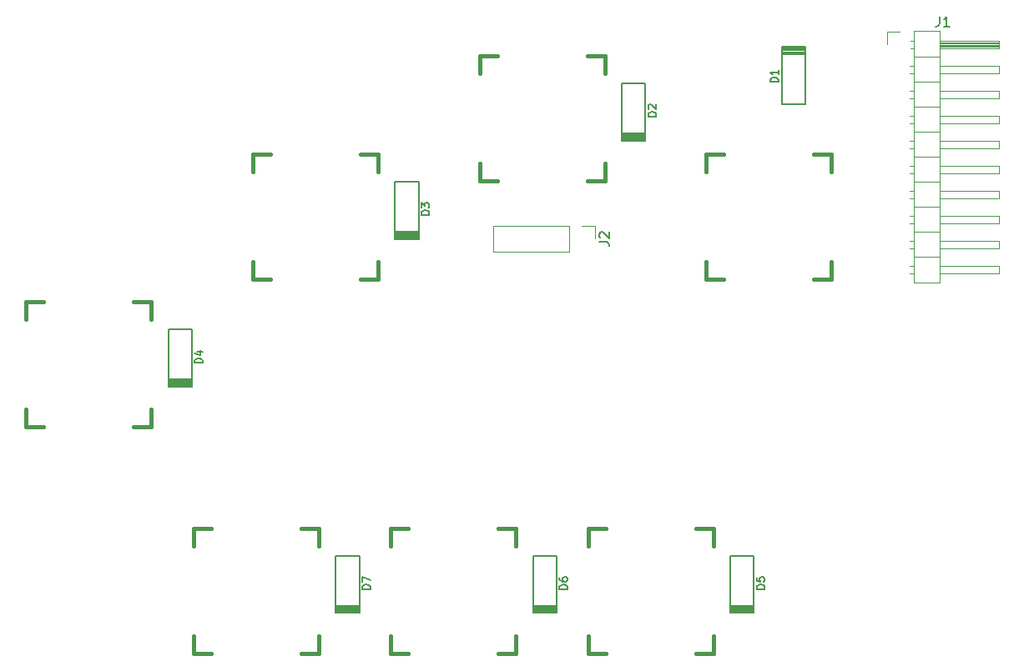
<source format=gbr>
G04 #@! TF.GenerationSoftware,KiCad,Pcbnew,(5.1.2)-2*
G04 #@! TF.CreationDate,2019-07-07T18:03:19+10:00*
G04 #@! TF.ProjectId,Left_Combined_Micro,4c656674-5f43-46f6-9d62-696e65645f4d,rev?*
G04 #@! TF.SameCoordinates,Original*
G04 #@! TF.FileFunction,Legend,Top*
G04 #@! TF.FilePolarity,Positive*
%FSLAX46Y46*%
G04 Gerber Fmt 4.6, Leading zero omitted, Abs format (unit mm)*
G04 Created by KiCad (PCBNEW (5.1.2)-2) date 2019-07-07 18:03:19*
%MOMM*%
%LPD*%
G04 APERTURE LIST*
%ADD10C,0.200000*%
%ADD11C,0.120000*%
%ADD12C,0.381000*%
%ADD13C,0.150000*%
G04 APERTURE END LIST*
D10*
X185200000Y-33475000D02*
X182800000Y-33475000D01*
X185200000Y-33300000D02*
X182800000Y-33300000D01*
X185200000Y-33125000D02*
X182800000Y-33125000D01*
X182800000Y-32725000D02*
X185200000Y-32725000D01*
X185200000Y-32950000D02*
X182800000Y-32950000D01*
X185200000Y-32825000D02*
X182800000Y-32825000D01*
X185200000Y-32750000D02*
X185200000Y-38550000D01*
X185200000Y-38550000D02*
X182800000Y-38550000D01*
X182800000Y-38550000D02*
X182800000Y-32750000D01*
X166550000Y-41525000D02*
X168950000Y-41525000D01*
X166550000Y-41700000D02*
X168950000Y-41700000D01*
X166550000Y-41875000D02*
X168950000Y-41875000D01*
X168950000Y-42275000D02*
X166550000Y-42275000D01*
X166550000Y-42050000D02*
X168950000Y-42050000D01*
X166550000Y-42175000D02*
X168950000Y-42175000D01*
X166550000Y-42250000D02*
X166550000Y-36450000D01*
X166550000Y-36450000D02*
X168950000Y-36450000D01*
X168950000Y-36450000D02*
X168950000Y-42250000D01*
X143550000Y-51525000D02*
X145950000Y-51525000D01*
X143550000Y-51700000D02*
X145950000Y-51700000D01*
X143550000Y-51875000D02*
X145950000Y-51875000D01*
X145950000Y-52275000D02*
X143550000Y-52275000D01*
X143550000Y-52050000D02*
X145950000Y-52050000D01*
X143550000Y-52175000D02*
X145950000Y-52175000D01*
X143550000Y-52250000D02*
X143550000Y-46450000D01*
X143550000Y-46450000D02*
X145950000Y-46450000D01*
X145950000Y-46450000D02*
X145950000Y-52250000D01*
X120550000Y-66525000D02*
X122950000Y-66525000D01*
X120550000Y-66700000D02*
X122950000Y-66700000D01*
X120550000Y-66875000D02*
X122950000Y-66875000D01*
X122950000Y-67275000D02*
X120550000Y-67275000D01*
X120550000Y-67050000D02*
X122950000Y-67050000D01*
X120550000Y-67175000D02*
X122950000Y-67175000D01*
X120550000Y-67250000D02*
X120550000Y-61450000D01*
X120550000Y-61450000D02*
X122950000Y-61450000D01*
X122950000Y-61450000D02*
X122950000Y-67250000D01*
X177550000Y-89525000D02*
X179950000Y-89525000D01*
X177550000Y-89700000D02*
X179950000Y-89700000D01*
X177550000Y-89875000D02*
X179950000Y-89875000D01*
X179950000Y-90275000D02*
X177550000Y-90275000D01*
X177550000Y-90050000D02*
X179950000Y-90050000D01*
X177550000Y-90175000D02*
X179950000Y-90175000D01*
X177550000Y-90250000D02*
X177550000Y-84450000D01*
X177550000Y-84450000D02*
X179950000Y-84450000D01*
X179950000Y-84450000D02*
X179950000Y-90250000D01*
X157550000Y-89525000D02*
X159950000Y-89525000D01*
X157550000Y-89700000D02*
X159950000Y-89700000D01*
X157550000Y-89875000D02*
X159950000Y-89875000D01*
X159950000Y-90275000D02*
X157550000Y-90275000D01*
X157550000Y-90050000D02*
X159950000Y-90050000D01*
X157550000Y-90175000D02*
X159950000Y-90175000D01*
X157550000Y-90250000D02*
X157550000Y-84450000D01*
X157550000Y-84450000D02*
X159950000Y-84450000D01*
X159950000Y-84450000D02*
X159950000Y-90250000D01*
X137550000Y-89525000D02*
X139950000Y-89525000D01*
X137550000Y-89700000D02*
X139950000Y-89700000D01*
X137550000Y-89875000D02*
X139950000Y-89875000D01*
X139950000Y-90275000D02*
X137550000Y-90275000D01*
X137550000Y-90050000D02*
X139950000Y-90050000D01*
X137550000Y-90175000D02*
X139950000Y-90175000D01*
X137550000Y-90250000D02*
X137550000Y-84450000D01*
X137550000Y-84450000D02*
X139950000Y-84450000D01*
X139950000Y-84450000D02*
X139950000Y-90250000D01*
D11*
X196190000Y-31170000D02*
X196190000Y-56690000D01*
X196190000Y-56690000D02*
X198850000Y-56690000D01*
X198850000Y-56690000D02*
X198850000Y-31170000D01*
X198850000Y-31170000D02*
X196190000Y-31170000D01*
X198850000Y-32120000D02*
X204850000Y-32120000D01*
X204850000Y-32120000D02*
X204850000Y-32880000D01*
X204850000Y-32880000D02*
X198850000Y-32880000D01*
X198850000Y-32180000D02*
X204850000Y-32180000D01*
X198850000Y-32300000D02*
X204850000Y-32300000D01*
X198850000Y-32420000D02*
X204850000Y-32420000D01*
X198850000Y-32540000D02*
X204850000Y-32540000D01*
X198850000Y-32660000D02*
X204850000Y-32660000D01*
X198850000Y-32780000D02*
X204850000Y-32780000D01*
X195860000Y-32120000D02*
X196190000Y-32120000D01*
X195860000Y-32880000D02*
X196190000Y-32880000D01*
X196190000Y-33770000D02*
X198850000Y-33770000D01*
X198850000Y-34660000D02*
X204850000Y-34660000D01*
X204850000Y-34660000D02*
X204850000Y-35420000D01*
X204850000Y-35420000D02*
X198850000Y-35420000D01*
X195792929Y-34660000D02*
X196190000Y-34660000D01*
X195792929Y-35420000D02*
X196190000Y-35420000D01*
X196190000Y-36310000D02*
X198850000Y-36310000D01*
X198850000Y-37200000D02*
X204850000Y-37200000D01*
X204850000Y-37200000D02*
X204850000Y-37960000D01*
X204850000Y-37960000D02*
X198850000Y-37960000D01*
X195792929Y-37200000D02*
X196190000Y-37200000D01*
X195792929Y-37960000D02*
X196190000Y-37960000D01*
X196190000Y-38850000D02*
X198850000Y-38850000D01*
X198850000Y-39740000D02*
X204850000Y-39740000D01*
X204850000Y-39740000D02*
X204850000Y-40500000D01*
X204850000Y-40500000D02*
X198850000Y-40500000D01*
X195792929Y-39740000D02*
X196190000Y-39740000D01*
X195792929Y-40500000D02*
X196190000Y-40500000D01*
X196190000Y-41390000D02*
X198850000Y-41390000D01*
X198850000Y-42280000D02*
X204850000Y-42280000D01*
X204850000Y-42280000D02*
X204850000Y-43040000D01*
X204850000Y-43040000D02*
X198850000Y-43040000D01*
X195792929Y-42280000D02*
X196190000Y-42280000D01*
X195792929Y-43040000D02*
X196190000Y-43040000D01*
X196190000Y-43930000D02*
X198850000Y-43930000D01*
X198850000Y-44820000D02*
X204850000Y-44820000D01*
X204850000Y-44820000D02*
X204850000Y-45580000D01*
X204850000Y-45580000D02*
X198850000Y-45580000D01*
X195792929Y-44820000D02*
X196190000Y-44820000D01*
X195792929Y-45580000D02*
X196190000Y-45580000D01*
X196190000Y-46470000D02*
X198850000Y-46470000D01*
X198850000Y-47360000D02*
X204850000Y-47360000D01*
X204850000Y-47360000D02*
X204850000Y-48120000D01*
X204850000Y-48120000D02*
X198850000Y-48120000D01*
X195792929Y-47360000D02*
X196190000Y-47360000D01*
X195792929Y-48120000D02*
X196190000Y-48120000D01*
X196190000Y-49010000D02*
X198850000Y-49010000D01*
X198850000Y-49900000D02*
X204850000Y-49900000D01*
X204850000Y-49900000D02*
X204850000Y-50660000D01*
X204850000Y-50660000D02*
X198850000Y-50660000D01*
X195792929Y-49900000D02*
X196190000Y-49900000D01*
X195792929Y-50660000D02*
X196190000Y-50660000D01*
X196190000Y-51550000D02*
X198850000Y-51550000D01*
X198850000Y-52440000D02*
X204850000Y-52440000D01*
X204850000Y-52440000D02*
X204850000Y-53200000D01*
X204850000Y-53200000D02*
X198850000Y-53200000D01*
X195792929Y-52440000D02*
X196190000Y-52440000D01*
X195792929Y-53200000D02*
X196190000Y-53200000D01*
X196190000Y-54090000D02*
X198850000Y-54090000D01*
X198850000Y-54980000D02*
X204850000Y-54980000D01*
X204850000Y-54980000D02*
X204850000Y-55740000D01*
X204850000Y-55740000D02*
X198850000Y-55740000D01*
X195792929Y-54980000D02*
X196190000Y-54980000D01*
X195792929Y-55740000D02*
X196190000Y-55740000D01*
X193480000Y-32500000D02*
X193480000Y-31230000D01*
X193480000Y-31230000D02*
X194750000Y-31230000D01*
X153550000Y-50920000D02*
X153550000Y-53580000D01*
X161230000Y-50920000D02*
X153550000Y-50920000D01*
X161230000Y-53580000D02*
X153550000Y-53580000D01*
X161230000Y-50920000D02*
X161230000Y-53580000D01*
X162500000Y-50920000D02*
X163830000Y-50920000D01*
X163830000Y-50920000D02*
X163830000Y-52250000D01*
D12*
X175150000Y-43650000D02*
X176928000Y-43650000D01*
X186072000Y-43650000D02*
X187850000Y-43650000D01*
X187850000Y-43650000D02*
X187850000Y-45428000D01*
X187850000Y-54572000D02*
X187850000Y-56350000D01*
X187850000Y-56350000D02*
X186072000Y-56350000D01*
X176928000Y-56350000D02*
X175150000Y-56350000D01*
X175150000Y-56350000D02*
X175150000Y-54572000D01*
X175150000Y-45428000D02*
X175150000Y-43650000D01*
X152150000Y-33650000D02*
X153928000Y-33650000D01*
X163072000Y-33650000D02*
X164850000Y-33650000D01*
X164850000Y-33650000D02*
X164850000Y-35428000D01*
X164850000Y-44572000D02*
X164850000Y-46350000D01*
X164850000Y-46350000D02*
X163072000Y-46350000D01*
X153928000Y-46350000D02*
X152150000Y-46350000D01*
X152150000Y-46350000D02*
X152150000Y-44572000D01*
X152150000Y-35428000D02*
X152150000Y-33650000D01*
X129150000Y-43650000D02*
X130928000Y-43650000D01*
X140072000Y-43650000D02*
X141850000Y-43650000D01*
X141850000Y-43650000D02*
X141850000Y-45428000D01*
X141850000Y-54572000D02*
X141850000Y-56350000D01*
X141850000Y-56350000D02*
X140072000Y-56350000D01*
X130928000Y-56350000D02*
X129150000Y-56350000D01*
X129150000Y-56350000D02*
X129150000Y-54572000D01*
X129150000Y-45428000D02*
X129150000Y-43650000D01*
X106150000Y-58650000D02*
X107928000Y-58650000D01*
X117072000Y-58650000D02*
X118850000Y-58650000D01*
X118850000Y-58650000D02*
X118850000Y-60428000D01*
X118850000Y-69572000D02*
X118850000Y-71350000D01*
X118850000Y-71350000D02*
X117072000Y-71350000D01*
X107928000Y-71350000D02*
X106150000Y-71350000D01*
X106150000Y-71350000D02*
X106150000Y-69572000D01*
X106150000Y-60428000D02*
X106150000Y-58650000D01*
X163150000Y-81650000D02*
X164928000Y-81650000D01*
X174072000Y-81650000D02*
X175850000Y-81650000D01*
X175850000Y-81650000D02*
X175850000Y-83428000D01*
X175850000Y-92572000D02*
X175850000Y-94350000D01*
X175850000Y-94350000D02*
X174072000Y-94350000D01*
X164928000Y-94350000D02*
X163150000Y-94350000D01*
X163150000Y-94350000D02*
X163150000Y-92572000D01*
X163150000Y-83428000D02*
X163150000Y-81650000D01*
X143150000Y-81650000D02*
X144928000Y-81650000D01*
X154072000Y-81650000D02*
X155850000Y-81650000D01*
X155850000Y-81650000D02*
X155850000Y-83428000D01*
X155850000Y-92572000D02*
X155850000Y-94350000D01*
X155850000Y-94350000D02*
X154072000Y-94350000D01*
X144928000Y-94350000D02*
X143150000Y-94350000D01*
X143150000Y-94350000D02*
X143150000Y-92572000D01*
X143150000Y-83428000D02*
X143150000Y-81650000D01*
X123150000Y-81650000D02*
X124928000Y-81650000D01*
X134072000Y-81650000D02*
X135850000Y-81650000D01*
X135850000Y-81650000D02*
X135850000Y-83428000D01*
X135850000Y-92572000D02*
X135850000Y-94350000D01*
X135850000Y-94350000D02*
X134072000Y-94350000D01*
X124928000Y-94350000D02*
X123150000Y-94350000D01*
X123150000Y-94350000D02*
X123150000Y-92572000D01*
X123150000Y-83428000D02*
X123150000Y-81650000D01*
D13*
X182436904Y-36340476D02*
X181636904Y-36340476D01*
X181636904Y-36150000D01*
X181675000Y-36035714D01*
X181751190Y-35959523D01*
X181827380Y-35921428D01*
X181979761Y-35883333D01*
X182094047Y-35883333D01*
X182246428Y-35921428D01*
X182322619Y-35959523D01*
X182398809Y-36035714D01*
X182436904Y-36150000D01*
X182436904Y-36340476D01*
X182436904Y-35121428D02*
X182436904Y-35578571D01*
X182436904Y-35350000D02*
X181636904Y-35350000D01*
X181751190Y-35426190D01*
X181827380Y-35502380D01*
X181865476Y-35578571D01*
X170036904Y-39840476D02*
X169236904Y-39840476D01*
X169236904Y-39650000D01*
X169275000Y-39535714D01*
X169351190Y-39459523D01*
X169427380Y-39421428D01*
X169579761Y-39383333D01*
X169694047Y-39383333D01*
X169846428Y-39421428D01*
X169922619Y-39459523D01*
X169998809Y-39535714D01*
X170036904Y-39650000D01*
X170036904Y-39840476D01*
X169313095Y-39078571D02*
X169275000Y-39040476D01*
X169236904Y-38964285D01*
X169236904Y-38773809D01*
X169275000Y-38697619D01*
X169313095Y-38659523D01*
X169389285Y-38621428D01*
X169465476Y-38621428D01*
X169579761Y-38659523D01*
X170036904Y-39116666D01*
X170036904Y-38621428D01*
X147036904Y-49840476D02*
X146236904Y-49840476D01*
X146236904Y-49650000D01*
X146275000Y-49535714D01*
X146351190Y-49459523D01*
X146427380Y-49421428D01*
X146579761Y-49383333D01*
X146694047Y-49383333D01*
X146846428Y-49421428D01*
X146922619Y-49459523D01*
X146998809Y-49535714D01*
X147036904Y-49650000D01*
X147036904Y-49840476D01*
X146236904Y-49116666D02*
X146236904Y-48621428D01*
X146541666Y-48888095D01*
X146541666Y-48773809D01*
X146579761Y-48697619D01*
X146617857Y-48659523D01*
X146694047Y-48621428D01*
X146884523Y-48621428D01*
X146960714Y-48659523D01*
X146998809Y-48697619D01*
X147036904Y-48773809D01*
X147036904Y-49002380D01*
X146998809Y-49078571D01*
X146960714Y-49116666D01*
X124036904Y-64840476D02*
X123236904Y-64840476D01*
X123236904Y-64650000D01*
X123275000Y-64535714D01*
X123351190Y-64459523D01*
X123427380Y-64421428D01*
X123579761Y-64383333D01*
X123694047Y-64383333D01*
X123846428Y-64421428D01*
X123922619Y-64459523D01*
X123998809Y-64535714D01*
X124036904Y-64650000D01*
X124036904Y-64840476D01*
X123503571Y-63697619D02*
X124036904Y-63697619D01*
X123198809Y-63888095D02*
X123770238Y-64078571D01*
X123770238Y-63583333D01*
X181036904Y-87840476D02*
X180236904Y-87840476D01*
X180236904Y-87650000D01*
X180275000Y-87535714D01*
X180351190Y-87459523D01*
X180427380Y-87421428D01*
X180579761Y-87383333D01*
X180694047Y-87383333D01*
X180846428Y-87421428D01*
X180922619Y-87459523D01*
X180998809Y-87535714D01*
X181036904Y-87650000D01*
X181036904Y-87840476D01*
X180236904Y-86659523D02*
X180236904Y-87040476D01*
X180617857Y-87078571D01*
X180579761Y-87040476D01*
X180541666Y-86964285D01*
X180541666Y-86773809D01*
X180579761Y-86697619D01*
X180617857Y-86659523D01*
X180694047Y-86621428D01*
X180884523Y-86621428D01*
X180960714Y-86659523D01*
X180998809Y-86697619D01*
X181036904Y-86773809D01*
X181036904Y-86964285D01*
X180998809Y-87040476D01*
X180960714Y-87078571D01*
X161036904Y-87840476D02*
X160236904Y-87840476D01*
X160236904Y-87650000D01*
X160275000Y-87535714D01*
X160351190Y-87459523D01*
X160427380Y-87421428D01*
X160579761Y-87383333D01*
X160694047Y-87383333D01*
X160846428Y-87421428D01*
X160922619Y-87459523D01*
X160998809Y-87535714D01*
X161036904Y-87650000D01*
X161036904Y-87840476D01*
X160236904Y-86697619D02*
X160236904Y-86850000D01*
X160275000Y-86926190D01*
X160313095Y-86964285D01*
X160427380Y-87040476D01*
X160579761Y-87078571D01*
X160884523Y-87078571D01*
X160960714Y-87040476D01*
X160998809Y-87002380D01*
X161036904Y-86926190D01*
X161036904Y-86773809D01*
X160998809Y-86697619D01*
X160960714Y-86659523D01*
X160884523Y-86621428D01*
X160694047Y-86621428D01*
X160617857Y-86659523D01*
X160579761Y-86697619D01*
X160541666Y-86773809D01*
X160541666Y-86926190D01*
X160579761Y-87002380D01*
X160617857Y-87040476D01*
X160694047Y-87078571D01*
X141036904Y-87840476D02*
X140236904Y-87840476D01*
X140236904Y-87650000D01*
X140275000Y-87535714D01*
X140351190Y-87459523D01*
X140427380Y-87421428D01*
X140579761Y-87383333D01*
X140694047Y-87383333D01*
X140846428Y-87421428D01*
X140922619Y-87459523D01*
X140998809Y-87535714D01*
X141036904Y-87650000D01*
X141036904Y-87840476D01*
X140236904Y-87116666D02*
X140236904Y-86583333D01*
X141036904Y-86926190D01*
X198801666Y-29682380D02*
X198801666Y-30396666D01*
X198754047Y-30539523D01*
X198658809Y-30634761D01*
X198515952Y-30682380D01*
X198420714Y-30682380D01*
X199801666Y-30682380D02*
X199230238Y-30682380D01*
X199515952Y-30682380D02*
X199515952Y-29682380D01*
X199420714Y-29825238D01*
X199325476Y-29920476D01*
X199230238Y-29968095D01*
X164282380Y-52583333D02*
X164996666Y-52583333D01*
X165139523Y-52630952D01*
X165234761Y-52726190D01*
X165282380Y-52869047D01*
X165282380Y-52964285D01*
X164377619Y-52154761D02*
X164330000Y-52107142D01*
X164282380Y-52011904D01*
X164282380Y-51773809D01*
X164330000Y-51678571D01*
X164377619Y-51630952D01*
X164472857Y-51583333D01*
X164568095Y-51583333D01*
X164710952Y-51630952D01*
X165282380Y-52202380D01*
X165282380Y-51583333D01*
M02*

</source>
